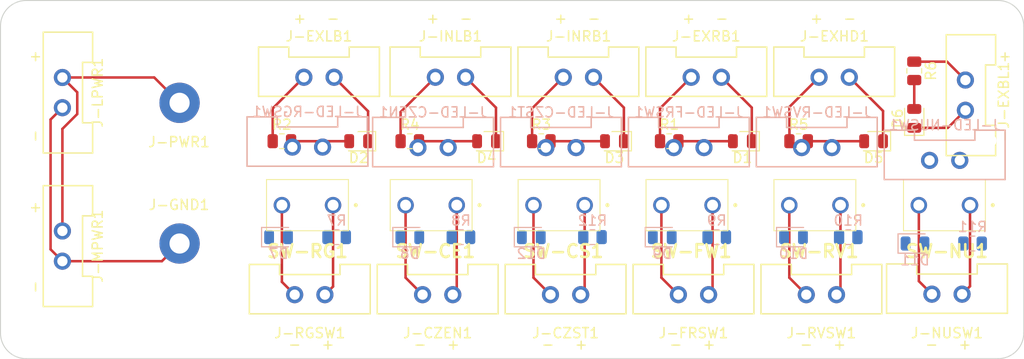
<source format=kicad_pcb>
(kicad_pcb (version 20211014) (generator pcbnew)
  (layers (0 "F.Cu" signal) (31 "B.Cu" signal) (34 "B.Paste" user) (35 "F.Paste" user) (36 "B.SilkS" user "B.Silkscreen") (37 "F.SilkS" user "F.Silkscreen") (38 "B.Mask" user) (39 "F.Mask" user) (44 "Edge.Cuts" user))
  (net 0 "")
  (net 1 "Net-(J-CZEN1-Pad1)")
  (net 2 "Net-(J-CZEN1-Pad2)")
  (net 3 "Net-(J-CZST1-Pad1)")
  (net 4 "Net-(J-CZST1-Pad2)")
  (net 5 "Net-(J-EXBL1-Pad1)")
  (net 6 "Net-(D1-Pad1)")
  (net 7 "Net-(J-EXHD1-Pad1)")
  (net 8 "Net-(D2-Pad1)")
  (net 9 "Net-(J-EXLB1-Pad1)")
  (net 10 "Net-(D3-Pad1)")
  (net 11 "Net-(J-EXRB1-Pad1)")
  (net 12 "Net-(D4-Pad1)")
  (net 13 "Net-(J-FRSW1-Pad1)")
  (net 14 "Net-(J-FRSW1-Pad2)")
  (net 15 "Net-(D5-Pad1)")
  (net 16 "Net-(J-INLB1-Pad1)")
  (net 17 "Net-(D6-Pad1)")
  (net 18 "Net-(J-INRB1-Pad1)")
  (net 19 "Net-(J-LED-RGSW1-Pad2)")
  (net 20 "+12V")
  (net 21 "Net-(J-RGSW1-Pad1)")
  (net 22 "Net-(J-RGSW1-Pad2)")
  (net 23 "Net-(J-RVSW1-Pad1)")
  (net 24 "Net-(J-RVSW1-Pad2)")
  (net 25 "Net-(D1-Pad2)")
  (net 26 "Net-(D2-Pad2)")
  (net 27 "Net-(D3-Pad2)")
  (net 28 "Net-(D4-Pad2)")
  (net 29 "Net-(D5-Pad2)")
  (net 30 "Net-(D6-Pad2)")
  (net 31 "Net-(J-NUSW1-Pad1)")
  (net 32 "Net-(J-NUSW1-Pad2)")
  (net 33 "Net-(D7-Pad2)")
  (net 34 "Net-(J-LED-CZEN1-Pad2)")
  (net 35 "Net-(D8-Pad2)")
  (net 36 "Net-(J-LED-FRSW1-Pad2)")
  (net 37 "Net-(D9-Pad2)")
  (net 38 "Net-(J-LED-RVSW1-Pad2)")
  (net 39 "Net-(D10-Pad2)")
  (net 40 "Net-(J-LED-NUSW1-Pad2)")
  (net 41 "Net-(D11-Pad2)")
  (net 42 "Net-(J-LED-CZST1-Pad2)")
  (net 43 "Net-(D12-Pad2)")
  (net 44 "GNDPWR")
  (net 45 "Net-(J-LED-CZEN1-Pad1)")
  (net 46 "Net-(J-LED-CZST1-Pad1)")
  (net 47 "Net-(J-LED-FRSW1-Pad1)")
  (net 48 "Net-(J-LED-NUSW1-Pad1)")
  (net 49 "Net-(J-LED-RGSW1-Pad1)")
  (net 50 "Net-(J-LED-RVSW1-Pad1)")
  (footprint "Resistor_SMD:R_0805_2012Metric" (layer "F.Cu") (at 165.4575 59.69)
    (fp_text reference "R1" (at 0 -1.65) (layer "F.SilkS"))
    (fp_text value "LED_RES")
    (pad "1" smd roundrect (at -0.9125 0) (size 1.025 1.4) (layers "F.Cu" "F.Paste" "F.Mask") (roundrect_rratio 0.243902) (net 11 "Net-(J-EXRB1-Pad1)"))
    (pad "2" smd roundrect (at 0.9125 0) (size 1.025 1.4) (layers "F.Cu" "F.Paste" "F.Mask") (roundrect_rratio 0.243902) (net 25 "Net-(D1-Pad2)"))
  )
  (footprint "UTSVT_Connectors:Molex_MicroFit3.0_1x2xP3.00mm_PolarizingPeg_Vertical" (layer "F.Cu") (at 140.97 74.93)
    (fp_text reference "J-CZEN1" (at 1.5 3.81) (layer "F.SilkS"))
    (fp_text value "CRUZ_EN")
    (pad "" np_thru_hole circle locked (at -3 -1.96) (size 1.27 1.27) (drill 1.27) (layers *.Cu *.Mask))
    (pad "" np_thru_hole circle locked (at 6 -1.96) (size 1.27 1.27) (drill 1.27) (layers *.Cu *.Mask))
    (pad "1" thru_hole circle locked (at 0 0) (size 1.7 1.7) (drill 1.02) (layers *.Cu *.Mask) (net 1 "Net-(J-CZEN1-Pad1)"))
    (pad "2" thru_hole circle locked (at 3 0) (size 1.7 1.7) (drill 1.02) (layers *.Cu *.Mask) (net 2 "Net-(J-CZEN1-Pad2)"))
  )
  (footprint "UTSVT_Special:2MS6T1B3M2QES" (layer "F.Cu") (at 144.3625 66.04 90)
    (fp_text reference "SW-CE1" (at -4.572 -2.1225 180) (layer "F.SilkS") (effects (font (size 1.27 1.27) (thickness 0.254))))
    (fp_text value "CRUZ_EN" hide)
    (pad "1" thru_hole circle (at 0 0 90) (size 1.635 1.635) (drill 1.09) (layers *.Cu *.Mask) (net 2 "Net-(J-CZEN1-Pad2)"))
    (pad "2" thru_hole circle (at 0 -5.08 90) (size 1.635 1.635) (drill 1.09) (layers *.Cu *.Mask) (net 1 "Net-(J-CZEN1-Pad1)"))
  )
  (footprint "UTSVT_Special:2MS6T1B3M2QES" (layer "F.Cu") (at 132.08 66.04 90)
    (fp_text reference "SW-RG1" (at -4.572 -2.54 180) (layer "F.SilkS") (effects (font (size 1.27 1.27) (thickness 0.254))))
    (fp_text value "REGEN_SW" hide)
    (pad "1" thru_hole circle (at 0 0 90) (size 1.635 1.635) (drill 1.09) (layers *.Cu *.Mask) (net 22 "Net-(J-RGSW1-Pad2)"))
    (pad "2" thru_hole circle (at 0 -5.08 90) (size 1.635 1.635) (drill 1.09) (layers *.Cu *.Mask) (net 21 "Net-(J-RGSW1-Pad1)"))
  )
  (footprint "UTSVT_Connectors:Molex_MicroFit3.0_1x2xP3.00mm_PolarizingPeg_Vertical" (layer "F.Cu") (at 128.27 74.93)
    (fp_text reference "J-RGSW1" (at 1.5 3.81) (layer "F.SilkS"))
    (fp_text value "REGEN_SW")
    (pad "" np_thru_hole circle locked (at -3 -1.96) (size 1.27 1.27) (drill 1.27) (layers *.Cu *.Mask))
    (pad "" np_thru_hole circle locked (at 6 -1.96) (size 1.27 1.27) (drill 1.27) (layers *.Cu *.Mask))
    (pad "1" thru_hole circle locked (at 0 0) (size 1.7 1.7) (drill 1.02) (layers *.Cu *.Mask) (net 21 "Net-(J-RGSW1-Pad1)"))
    (pad "2" thru_hole circle locked (at 3 0) (size 1.7 1.7) (drill 1.02) (layers *.Cu *.Mask) (net 22 "Net-(J-RGSW1-Pad2)"))
  )
  (footprint "Resistor_SMD:R_0805_2012Metric" (layer "F.Cu") (at 178.308 59.69)
    (fp_text reference "R5" (at 0 -1.65) (layer "F.SilkS"))
    (fp_text value "LED_RES")
    (pad "1" smd roundrect (at -0.9125 0) (size 1.025 1.4) (layers "F.Cu" "F.Paste" "F.Mask") (roundrect_rratio 0.243902) (net 7 "Net-(J-EXHD1-Pad1)"))
    (pad "2" smd roundrect (at 0.9125 0) (size 1.025 1.4) (layers "F.Cu" "F.Paste" "F.Mask") (roundrect_rratio 0.243902) (net 29 "Net-(D5-Pad2)"))
  )
  (footprint "Diode_SMD:D_0805_2012Metric" (layer "F.Cu") (at 172.72 59.69 180)
    (fp_text reference "D1" (at 0 -1.65) (layer "F.SilkS"))
    (fp_text value "EXTERNAL_RIGHTBLINK")
    (pad "1" smd roundrect (at -0.9375 0 180) (size 0.975 1.4) (layers "F.Cu" "F.Paste" "F.Mask") (net 6 "Net-(D1-Pad1)"))
    (pad "2" smd roundrect (at 0.9375 0 180) (size 0.975 1.4) (layers "F.Cu" "F.Paste" "F.Mask") (net 25 "Net-(D1-Pad2)"))
  )
  (footprint "Diode_SMD:D_0805_2012Metric" (layer "F.Cu") (at 160.02 59.69 180)
    (fp_text reference "D3" (at 0 -1.65) (layer "F.SilkS"))
    (fp_text value "INTERNAL_RIGHTBLINK")
    (pad "1" smd roundrect (at -0.9375 0 180) (size 0.975 1.4) (layers "F.Cu" "F.Paste" "F.Mask") (net 10 "Net-(D3-Pad1)"))
    (pad "2" smd roundrect (at 0.9375 0 180) (size 0.975 1.4) (layers "F.Cu" "F.Paste" "F.Mask") (net 27 "Net-(D3-Pad2)"))
  )
  (footprint "UTSVT_Connectors:Molex_MicroFit3.0_1x2xP3.00mm_PolarizingPeg_Vertical" (layer "F.Cu") (at 154.94 53.34)
    (fp_text reference "J-INRB1" (at 1.524 -4.064) (layer "F.SilkS"))
    (fp_text value "INTERNAL_RIGHTBLINK")
    (pad "" np_thru_hole circle locked (at 6 -1.96) (size 1.27 1.27) (drill 1.27) (layers *.Cu *.Mask))
    (pad "" np_thru_hole circle locked (at -3 -1.96) (size 1.27 1.27) (drill 1.27) (layers *.Cu *.Mask))
    (pad "1" thru_hole circle locked (at 0 0) (size 1.7 1.7) (drill 1.02) (layers *.Cu *.Mask) (net 18 "Net-(J-INRB1-Pad1)"))
    (pad "2" thru_hole circle locked (at 3 0) (size 1.7 1.7) (drill 1.02) (layers *.Cu *.Mask) (net 10 "Net-(D3-Pad1)"))
  )
  (footprint "UTSVT_Connectors:Molex_MicroFit3.0_1x2xP3.00mm_PolarizingPeg_Vertical" (layer "F.Cu") (at 191.54 74.88)
    (fp_text reference "J-NUSW1" (at 1.5 3.86) (layer "F.SilkS"))
    (fp_text value "NEU_SW")
    (pad "" np_thru_hole circle locked (at -3 -1.96) (size 1.27 1.27) (drill 1.27) (layers *.Cu *.Mask))
    (pad "" np_thru_hole circle locked (at 6 -1.96) (size 1.27 1.27) (drill 1.27) (layers *.Cu *.Mask))
    (pad "1" thru_hole circle locked (at 0 0) (size 1.7 1.7) (drill 1.02) (layers *.Cu *.Mask) (net 31 "Net-(J-NUSW1-Pad1)"))
    (pad "2" thru_hole circle locked (at 3 0) (size 1.7 1.7) (drill 1.02) (layers *.Cu *.Mask) (net 32 "Net-(J-NUSW1-Pad2)"))
  )
  (footprint "UTSVT_Connectors:Molex_MicroFit3.0_1x2xP3.00mm_PolarizingPeg_Vertical" (layer "F.Cu") (at 180.34 53.34)
    (fp_text reference "J-EXHD1" (at 1.524 -4.064) (layer "F.SilkS"))
    (fp_text value "EXTERNAL_HDLT")
    (pad "" np_thru_hole circle locked (at 6 -1.96) (size 1.27 1.27) (drill 1.27) (layers *.Cu *.Mask))
    (pad "" np_thru_hole circle locked (at -3 -1.96) (size 1.27 1.27) (drill 1.27) (layers *.Cu *.Mask))
    (pad "1" thru_hole circle locked (at 0 0) (size 1.7 1.7) (drill 1.02) (layers *.Cu *.Mask) (net 7 "Net-(J-EXHD1-Pad1)"))
    (pad "2" thru_hole circle locked (at 3 0) (size 1.7 1.7) (drill 1.02) (layers *.Cu *.Mask) (net 15 "Net-(D5-Pad1)"))
  )
  (footprint "Resistor_SMD:R_0805_2012Metric" (layer "F.Cu") (at 127 59.69)
    (fp_text reference "R2" (at 0 -1.65) (layer "F.SilkS"))
    (fp_text value "LED_RES")
    (pad "1" smd roundrect (at -0.9125 0) (size 1.025 1.4) (layers "F.Cu" "F.Paste" "F.Mask") (roundrect_rratio 0.243902) (net 9 "Net-(J-EXLB1-Pad1)"))
    (pad "2" smd roundrect (at 0.9125 0) (size 1.025 1.4) (layers "F.Cu" "F.Paste" "F.Mask") (roundrect_rratio 0.243902) (net 26 "Net-(D2-Pad2)"))
  )
  (footprint "UTSVT_Connectors:Molex_MicroFit3.0_1x2xP3.00mm_PolarizingPeg_Vertical" (layer "F.Cu") (at 179.07 74.93)
    (fp_text reference "J-RVSW1" (at 1.5 3.81) (layer "F.SilkS"))
    (fp_text value "REV_SW")
    (pad "" np_thru_hole circle locked (at 6 -1.96) (size 1.27 1.27) (drill 1.27) (layers *.Cu *.Mask))
    (pad "" np_thru_hole circle locked (at -3 -1.96) (size 1.27 1.27) (drill 1.27) (layers *.Cu *.Mask))
    (pad "1" thru_hole circle locked (at 0 0) (size 1.7 1.7) (drill 1.02) (layers *.Cu *.Mask) (net 23 "Net-(J-RVSW1-Pad1)"))
    (pad "2" thru_hole circle locked (at 3 0) (size 1.7 1.7) (drill 1.02) (layers *.Cu *.Mask) (net 24 "Net-(J-RVSW1-Pad2)"))
  )
  (footprint "Diode_SMD:D_0805_2012Metric" (layer "F.Cu") (at 189.788 57.428 90)
    (fp_text reference "D6" (at 0 -1.65 90) (layer "F.SilkS"))
    (fp_text value "EXTERNAL_BRAKELIGHT")
    (pad "1" smd roundrect (at -0.9375 0 90) (size 0.975 1.4) (layers "F.Cu" "F.Paste" "F.Mask") (net 17 "Net-(D6-Pad1)"))
    (pad "2" smd roundrect (at 0.9375 0 90) (size 0.975 1.4) (layers "F.Cu" "F.Paste" "F.Mask") (net 30 "Net-(D6-Pad2)"))
  )
  (footprint "UTSVT_Special:2MS6T1B3M2QES" (layer "F.Cu") (at 182.4625 66.04 90)
    (fp_text reference "SW-RV1" (at -4.572 -2.1225 180) (layer "F.SilkS") (effects (font (size 1.27 1.27) (thickness 0.254))))
    (fp_text value "REV_SW" hide)
    (pad "1" thru_hole circle (at 0 0 90) (size 1.635 1.635) (drill 1.09) (layers *.Cu *.Mask) (net 24 "Net-(J-RVSW1-Pad2)"))
    (pad "2" thru_hole circle (at 0 -5.08 90) (size 1.635 1.635) (drill 1.09) (layers *.Cu *.Mask) (net 23 "Net-(J-RVSW1-Pad1)"))
  )
  (footprint "Resistor_SMD:R_0805_2012Metric" (layer "F.Cu") (at 152.7575 59.69)
    (fp_text reference "R3" (at 0 -1.65) (layer "F.SilkS"))
    (fp_text value "LED_RES")
    (pad "1" smd roundrect (at -0.9125 0) (size 1.025 1.4) (layers "F.Cu" "F.Paste" "F.Mask") (roundrect_rratio 0.243902) (net 18 "Net-(J-INRB1-Pad1)"))
    (pad "2" smd roundrect (at 0.9125 0) (size 1.025 1.4) (layers "F.Cu" "F.Paste" "F.Mask") (roundrect_rratio 0.243902) (net 27 "Net-(D3-Pad2)"))
  )
  (footprint "Resistor_SMD:R_0805_2012Metric" (layer "F.Cu") (at 189.788 52.7055 -90)
    (fp_text reference "R6" (at 0 -1.65 90) (layer "F.SilkS"))
    (fp_text value "LED_RES")
    (pad "1" smd roundrect (at -0.9125 0 270) (size 1.025 1.4) (layers "F.Cu" "F.Paste" "F.Mask") (roundrect_rratio 0.243902) (net 5 "Net-(J-EXBL1-Pad1)"))
    (pad "2" smd roundrect (at 0.9125 0 270) (size 1.025 1.4) (layers "F.Cu" "F.Paste" "F.Mask") (roundrect_rratio 0.243902) (net 30 "Net-(D6-Pad2)"))
  )
  (footprint "UTSVT_Connectors:Molex_MicroFit3.0_1x2xP3.00mm_PolarizingPeg_Vertical" (layer "F.Cu") (at 153.67 74.93)
    (fp_text reference "J-CZST1" (at 1.5 3.81) (layer "F.SilkS"))
    (fp_text value "CRUZ_ST")
    (pad "" np_thru_hole circle locked (at -3 -1.96) (size 1.27 1.27) (drill 1.27) (layers *.Cu *.Mask))
    (pad "" np_thru_hole circle locked (at 6 -1.96) (size 1.27 1.27) (drill 1.27) (layers *.Cu *.Mask))
    (pad "1" thru_hole circle locked (at 0 0) (size 1.7 1.7) (drill 1.02) (layers *.Cu *.Mask) (net 3 "Net-(J-CZST1-Pad1)"))
    (pad "2" thru_hole circle locked (at 3 0) (size 1.7 1.7) (drill 1.02) (layers *.Cu *.Mask) (net 4 "Net-(J-CZST1-Pad2)"))
  )
  (footprint "UTSVT_Connectors:Molex_MicroFit3.0_1x2xP3.00mm_PolarizingPeg_Vertical" (layer "F.Cu") (at 105.206 53.364 -90)
    (fp_text reference "J-LPWR1" (at 1.5 -3.5 90) (layer "F.SilkS"))
    (fp_text value "Leader Board PWR")
    (pad "" np_thru_hole circle locked (at 6 -1.96 270) (size 1.27 1.27) (drill 1.27) (layers *.Cu *.Mask))
    (pad "" np_thru_hole circle locked (at -3 -1.96 270) (size 1.27 1.27) (drill 1.27) (layers *.Cu *.Mask))
    (pad "1" thru_hole circle locked (at 0 0 270) (size 1.7 1.7) (drill 1.02) (layers *.Cu *.Mask) (net 20 "+12V"))
    (pad "2" thru_hole circle locked (at 3 0 270) (size 1.7 1.7) (drill 1.02) (layers *.Cu *.Mask) (net 44 "GNDPWR"))
  )
  (footprint "UTSVT_Connectors:Banana_Jack_1_Pin_4mm" (layer "F.Cu") (at 116.84 69.85)
    (fp_text reference "J-GND1" (at -0.055 -3.84) (layer "F.SilkS"))
    (fp_text value "BananaPlugGND")
    (pad "1" thru_hole circle locked (at 0 0) (size 4 4) (drill 2) (layers *.Cu *.Mask) (net 44 "GNDPWR"))
  )
  (footprint "Diode_SMD:D_0805_2012Metric" (layer "F.Cu") (at 134.62 59.69 180)
    (fp_text reference "D2" (at 0 -1.65) (layer "F.SilkS"))
    (fp_text value "EXTERNAL_LEFTBLINK")
    (pad "1" smd roundrect (at -0.9375 0 180) (size 0.975 1.4) (layers "F.Cu" "F.Paste" "F.Mask") (net 8 "Net-(D2-Pad1)"))
    (pad "2" smd roundrect (at 0.9375 0 180) (size 0.975 1.4) (layers "F.Cu" "F.Paste" "F.Mask") (net 26 "Net-(D2-Pad2)"))
  )
  (footprint "UTSVT_Connectors:Molex_MicroFit3.0_1x2xP3.00mm_PolarizingPeg_Vertical" (layer "F.Cu") (at 129.1825 53.34)
    (fp_text reference "J-EXLB1" (at 1.5 -4.064) (layer "F.SilkS"))
    (fp_text value "EXTERNAL_LEFTBLINK")
    (pad "" np_thru_hole circle locked (at 6 -1.96) (size 1.27 1.27) (drill 1.27) (layers *.Cu *.Mask))
    (pad "" np_thru_hole circle locked (at -3 -1.96) (size 1.27 1.27) (drill 1.27) (layers *.Cu *.Mask))
    (pad "1" thru_hole circle locked (at 0 0) (size 1.7 1.7) (drill 1.02) (layers *.Cu *.Mask) (net 9 "Net-(J-EXLB1-Pad1)"))
    (pad "2" thru_hole circle locked (at 3 0) (size 1.7 1.7) (drill 1.02) (layers *.Cu *.Mask) (net 8 "Net-(D2-Pad1)"))
  )
  (footprint "Diode_SMD:D_0805_2012Metric" (layer "F.Cu") (at 185.7525 59.69 180)
    (fp_text reference "D5" (at 0 -1.65) (layer "F.SilkS"))
    (fp_text value "EXTERNAL_HDLT")
    (pad "1" smd roundrect (at -0.9375 0 180) (size 0.975 1.4) (layers "F.Cu" "F.Paste" "F.Mask") (net 15 "Net-(D5-Pad1)"))
    (pad "2" smd roundrect (at 0.9375 0 180) (size 0.975 1.4) (layers "F.Cu" "F.Paste" "F.Mask") (net 29 "Net-(D5-Pad2)"))
  )
  (footprint "UTSVT_Connectors:Molex_MicroFit3.0_1x2xP3.00mm_PolarizingPeg_Vertical" (layer "F.Cu") (at 166.37 74.93)
    (fp_text reference "J-FRSW1" (at 1.5 3.81) (layer "F.SilkS"))
    (fp_text value "FOR_SW")
    (pad "" np_thru_hole circle locked (at 6 -1.96) (size 1.27 1.27) (drill 1.27) (layers *.Cu *.Mask))
    (pad "" np_thru_hole circle locked (at -3 -1.96) (size 1.27 1.27) (drill 1.27) (layers *.Cu *.Mask))
    (pad "1" thru_hole circle locked (at 0 0) (size 1.7 1.7) (drill 1.02) (layers *.Cu *.Mask) (net 13 "Net-(J-FRSW1-Pad1)"))
    (pad "2" thru_hole circle locked (at 3 0) (size 1.7 1.7) (drill 1.02) (layers *.Cu *.Mask) (net 14 "Net-(J-FRSW1-Pad2)"))
  )
  (footprint "UTSVT_Connectors:Molex_MicroFit3.0_1x2xP3.00mm_PolarizingPeg_Vertical" (layer "F.Cu") (at 167.64 53.34)
    (fp_text reference "J-EXRB1" (at 1.5 -4.064) (layer "F.SilkS"))
    (fp_text value "EXTERNAL_RIGHTBLINK")
    (pad "" np_thru_hole circle locked (at -3 -1.96) (size 1.27 1.27) (drill 1.27) (layers *.Cu *.Mask))
    (pad "" np_thru_hole circle locked (at 6 -1.96) (size 1.27 1.27) (drill 1.27) (layers *.Cu *.Mask))
    (pad "1" thru_hole circle locked (at 0 0) (size 1.7 1.7) (drill 1.02) (layers *.Cu *.Mask) (net 11 "Net-(J-EXRB1-Pad1)"))
    (pad "2" thru_hole circle locked (at 3 0) (size 1.7 1.7) (drill 1.02) (layers *.Cu *.Mask) (net 6 "Net-(D1-Pad1)"))
  )
  (footprint "Resistor_SMD:R_0805_2012Metric" (layer "F.Cu") (at 139.7 59.69)
    (fp_text reference "R4" (at 0 -1.65) (layer "F.SilkS"))
    (fp_text value "LED_RES")
    (pad "1" smd roundrect (at -0.9125 0) (size 1.025 1.4) (layers "F.Cu" "F.Paste" "F.Mask") (roundrect_rratio 0.243902) (net 16 "Net-(J-INLB1-Pad1)"))
    (pad "2" smd roundrect (at 0.9125 0) (size 1.025 1.4) (layers "F.Cu" "F.Paste" "F.Mask") (roundrect_rratio 0.243902) (net 28 "Net-(D4-Pad2)"))
  )
  (footprint "Diode_SMD:D_0805_2012Metric" (layer "F.Cu") (at 147.32 59.69 180)
    (fp_text reference "D4" (at 0 -1.65) (layer "F.SilkS"))
    (fp_text value "INTERNAL_LEFTBLINK")
    (pad "1" smd roundrect (at -0.9375 0 180) (size 0.975 1.4) (layers "F.Cu" "F.Paste" "F.Mask") (net 12 "Net-(D4-Pad1)"))
    (pad "2" smd roundrect (at 0.9375 0 180) (size 0.975 1.4) (layers "F.Cu" "F.Paste" "F.Mask") (net 28 "Net-(D4-Pad2)"))
  )
  (footprint "UTSVT_Special:2MS6T1B3M2QES" (layer "F.Cu") (at 157.0625 66.04 90)
    (fp_text reference "SW-CS1" (at -4.572 -2.1225 180) (layer "F.SilkS") (effects (font (size 1.27 1.27) (thickness 0.254))))
    (fp_text value "CRUZ_ST" hide)
    (pad "1" thru_hole circle (at 0 0 90) (size 1.635 1.635) (drill 1.09) (layers *.Cu *.Mask) (net 4 "Net-(J-CZST1-Pad2)"))
    (pad "2" thru_hole circle (at 0 -5.08 90) (size 1.635 1.635) (drill 1.09) (layers *.Cu *.Mask) (net 3 "Net-(J-CZST1-Pad1)"))
  )
  (footprint "UTSVT_Connectors:Banana_Jack_1_Pin_4mm" (layer "F.Cu") (at 116.84 55.88)
    (fp_text reference "J-PWR1" (at -0.055 3.895) (layer "F.SilkS"))
    (fp_text value "BananaPlug12V")
    (pad "1" thru_hole circle locked (at 0 0) (size 4 4) (drill 2) (layers *.Cu *.Mask) (net 20 "+12V"))
  )
  (footprint "UTSVT_Connectors:Molex_MicroFit3.0_1x2xP3.00mm_PolarizingPeg_Vertical" (layer "F.Cu") (at 194.868 53.618 -90)
    (fp_text reference "J-EXBL1" (at 1.5 -3.81 90) (layer "F.SilkS"))
    (fp_text value "EXTERNAL_BRAKELIGHT")
    (pad "" np_thru_hole circle locked (at -3 -1.96 270) (size 1.27 1.27) (drill 1.27) (layers *.Cu *.Mask))
    (pad "" np_thru_hole circle locked (at 6 -1.96 270) (size 1.27 1.27) (drill 1.27) (layers *.Cu *.Mask))
    (pad "1" thru_hole circle locked (at 0 0 270) (size 1.7 1.7) (drill 1.02) (layers *.Cu *.Mask) (net 5 "Net-(J-EXBL1-Pad1)"))
    (pad "2" thru_hole circle locked (at 3 0 270) (size 1.7 1.7) (drill 1.02) (layers *.Cu *.Mask) (net 17 "Net-(D6-Pad1)"))
  )
  (footprint "UTSVT_Connectors:Molex_MicroFit3.0_1x2xP3.00mm_PolarizingPeg_Vertical" (layer "F.Cu") (at 142.24 53.34)
    (fp_text reference "J-INLB1" (at 1.5 -4.064) (layer "F.SilkS"))
    (fp_text value "INTERNAL_LEFTBLINK")
    (pad "" np_thru_hole circle locked (at 6 -1.96) (size 1.27 1.27) (drill 1.27) (layers *.Cu *.Mask))
    (pad "" np_thru_hole circle locked (at -3 -1.96) (size 1.27 1.27) (drill 1.27) (layers *.Cu *.Mask))
    (pad "1" thru_hole circle locked (at 0 0) (size 1.7 1.7) (drill 1.02) (layers *.Cu *.Mask) (net 16 "Net-(J-INLB1-Pad1)"))
    (pad "2" thru_hole circle locked (at 3 0) (size 1.7 1.7) (drill 1.02) (layers *.Cu *.Mask) (net 12 "Net-(D4-Pad1)"))
  )
  (footprint "UTSVT_Special:2MS6T1B3M2QES" (layer "F.Cu") (at 169.7625 66.04 90)
    (fp_text reference "SW-FW1" (at -4.572 -2.1225 180) (layer "F.SilkS") (effects (font (size 1.27 1.27) (thickness 0.254))))
    (fp_text value "FOR_SW" hide)
    (pad "1" thru_hole circle (at 0 0 90) (size 1.635 1.635) (drill 1.09) (layers *.Cu *.Mask) (net 14 "Net-(J-FRSW1-Pad2)"))
    (pad "2" thru_hole circle (at 0 -5.08 90) (size 1.635 1.635) (drill 1.09) (layers *.Cu *.Mask) (net 13 "Net-(J-FRSW1-Pad1)"))
  )
  (footprint "UTSVT_Special:2MS6T1B3M2QES" (layer "F.Cu") (at 195.326 66.04 90)
    (fp_text reference "SW-NU1" (at -4.572 -2.286 180) (layer "F.SilkS") (effects (font (size 1.27 1.27) (thickness 0.254))))
    (fp_text value "NEU_SW" hide)
    (pad "1" thru_hole circle (at 0 0 90) (size 1.635 1.635) (drill 1.09) (layers *.Cu *.Mask) (net 32 "Net-(J-NUSW1-Pad2)"))
    (pad "2" thru_hole circle (at 0 -5.08 90) (size 1.635 1.635) (drill 1.09) (layers *.Cu *.Mask) (net 31 "Net-(J-NUSW1-Pad1)"))
  )
  (footprint "UTSVT_Connectors:Molex_MicroFit3.0_1x2xP3.00mm_PolarizingPeg_Vertical" (layer "F.Cu") (at 105.206 68.604 -90)
    (fp_text reference "J-MPWR1" (at 1.5 -3.5 90) (layer "F.SilkS"))
    (fp_text value "Minion Board PWR")
    (pad "" np_thru_hole circle locked (at 6 -1.96 270) (size 1.27 1.27) (drill 1.27) (layers *.Cu *.Mask))
    (pad "" np_thru_hole circle locked (at -3 -1.96 270) (size 1.27 1.27) (drill 1.27) (layers *.Cu *.Mask))
    (pad "1" thru_hole circle locked (at 0 0 270) (size 1.7 1.7) (drill 1.02) (layers *.Cu *.Mask) (net 20 "+12V"))
    (pad "2" thru_hole circle locked (at 3 0 270) (size 1.7 1.7) (drill 1.02) (layers *.Cu *.Mask) (net 44 "GNDPWR"))
  )
  (footprint "Resistor_SMD:R_0805_2012Metric" (layer "B.Cu") (at 195.58 69.85 180)
    (fp_text reference "R11" (at 0 1.65) (layer "B.SilkS") (effects (justify mirror)))
    (fp_text value "LED_RES")
    (pad "1" smd roundrect (at -0.9125 0 180) (size 1.025 1.4) (layers "B.Cu" "B.Paste" "B.Mask") (roundrect_rratio 0.243902) (net 48 "Net-(J-LED-NUSW1-Pad1)"))
    (pad "2" smd roundrect (at 0.9125 0 180) (size 1.025 1.4) (layers "B.Cu" "B.Paste" "B.Mask") (roundrect_rratio 0.243902) (net 41 "Net-(D11-Pad2)"))
  )
  (footprint "Diode_SMD:D_0805_2012Metric" (layer "B.Cu") (at 164.7675 69.215)
    (fp_text reference "D9" (at 0 1.65) (layer "B.SilkS") (effects (justify mirror)))
    (fp_text value "LED")
    (pad "1" smd roundrect (at -0.9375 0) (size 0.975 1.4) (layers "B.Cu" "B.Paste" "B.Mask") (net 36 "Net-(J-LED-FRSW1-Pad2)"))
    (pad "2" smd roundrect (at 0.9375 0) (size 0.975 1.4) (layers "B.Cu" "B.Paste" "B.Mask") (net 37 "Net-(D9-Pad2)"))
  )
  (footprint "UTSVT_Connectors:Molex_MicroFit3.0_1x2xP3.00mm_PolarizingPeg_Vertical" (layer "B.Cu") (at 143.51 60.325 180)
    (fp_text reference "J-LED-CZEN1" (at 1.5 3.5) (layer "B.SilkS") (effects (justify mirror)))
    (fp_text value "LED_CRUZ_EN")
    (pad "" np_thru_hole circle locked (at -3 1.96 180) (size 1.27 1.27) (drill 1.27) (layers *.Cu *.Mask))
    (pad "" np_thru_hole circle locked (at 6 1.96 180) (size 1.27 1.27) (drill 1.27) (layers *.Cu *.Mask))
    (pad "1" thru_hole circle locked (at 0 0 180) (size 1.7 1.7) (drill 1.02) (layers *.Cu *.Mask) (net 45 "Net-(J-LED-CZEN1-Pad1)"))
    (pad "2" thru_hole circle locked (at 3 0 180) (size 1.7 1.7) (drill 1.02) (layers *.Cu *.Mask) (net 34 "Net-(J-LED-CZEN1-Pad2)"))
  )
  (footprint "Diode_SMD:D_0805_2012Metric" (layer "B.Cu") (at 139.7 69.215)
    (fp_text reference "D8" (at 0 1.65) (layer "B.SilkS") (effects (justify mirror)))
    (fp_text value "LED")
    (pad "1" smd roundrect (at -0.9375 0) (size 0.975 1.4) (layers "B.Cu" "B.Paste" "B.Mask") (net 34 "Net-(J-LED-CZEN1-Pad2)"))
    (pad "2" smd roundrect (at 0.9375 0) (size 0.975 1.4) (layers "B.Cu" "B.Paste" "B.Mask") (net 35 "Net-(D8-Pad2)"))
  )
  (footprint "Resistor_SMD:R_0805_2012Metric" (layer "B.Cu") (at 157.8375 69.215 180)
    (fp_text reference "R12" (at 0 1.65) (layer "B.SilkS") (effects (justify mirror)))
    (fp_text value "LED_RES")
    (pad "1" smd roundrect (at -0.9125 0 180) (size 1.025 1.4) (layers "B.Cu" "B.Paste" "B.Mask") (roundrect_rratio 0.243902) (net 46 "Net-(J-LED-CZST1-Pad1)"))
    (pad "2" smd roundrect (at 0.9125 0 180) (size 1.025 1.4) (layers "B.Cu" "B.Paste" "B.Mask") (roundrect_rratio 0.243902) (net 43 "Net-(D12-Pad2)"))
  )
  (footprint "UTSVT_Connectors:Molex_MicroFit3.0_1x2xP3.00mm_PolarizingPeg_Vertical" (layer "B.Cu") (at 194.31 61.595 180)
    (fp_text reference "J-LED-NUSW1" (at 1.5 3.5) (layer "B.SilkS") (effects (justify mirror)))
    (fp_text value "LED_NEU")
    (pad "" np_thru_hole circle locked (at -3 1.96 180) (size 1.27 1.27) (drill 1.27) (layers *.Cu *.Mask))
    (pad "" np_thru_hole circle locked (at 6 1.96 180) (size 1.27 1.27) (drill 1.27) (layers *.Cu *.Mask))
    (pad "1" thru_hole circle locked (at 0 0 180) (size 1.7 1.7) (drill 1.02) (layers *.Cu *.Mask) (net 48 "Net-(J-LED-NUSW1-Pad1)"))
    (pad "2" thru_hole circle locked (at 3 0 180) (size 1.7 1.7) (drill 1.02) (layers *.Cu *.Mask) (net 40 "Net-(J-LED-NUSW1-Pad2)"))
  )
  (footprint "UTSVT_Connectors:Molex_MicroFit3.0_1x2xP3.00mm_PolarizingPeg_Vertical" (layer "B.Cu") (at 156.21 60.325 180)
    (fp_text reference "J-LED-CZST1" (at 1.5 3.5) (layer "B.SilkS") (effects (justify mirror)))
    (fp_text value "LED_CRUZ_SET")
    (pad "" np_thru_hole circle locked (at 6 1.96 180) (size 1.27 1.27) (drill 1.27) (layers *.Cu *.Mask))
    (pad "" np_thru_hole circle locked (at -3 1.96 180) (size 1.27 1.27) (drill 1.27) (layers *.Cu *.Mask))
    (pad "1" thru_hole circle locked (at 0 0 180) (size 1.7 1.7) (drill 1.02) (layers *.Cu *.Mask) (net 46 "Net-(J-LED-CZST1-Pad1)"))
    (pad "2" thru_hole circle locked (at 3 0 180) (size 1.7 1.7) (drill 1.02) (layers *.Cu *.Mask) (net 42 "Net-(J-LED-CZST1-Pad2)"))
  )
  (footprint "Diode_SMD:D_0805_2012Metric" (layer "B.Cu") (at 126.6675 69.215)
    (fp_text reference "D7" (at 0 1.65) (layer "B.SilkS") (effects (justify mirror)))
    (fp_text value "LED")
    (pad "1" smd roundrect (at -0.9375 0) (size 0.975 1.4) (layers "B.Cu" "B.Paste" "B.Mask") (net 19 "Net-(J-LED-RGSW1-Pad2)"))
    (pad "2" smd roundrect (at 0.9375 0) (size 0.975 1.4) (layers "B.Cu" "B.Paste" "B.Mask") (net 33 "Net-(D7-Pad2)"))
  )
  (footprint "Resistor_SMD:R_0805_2012Metric" (layer "B.Cu") (at 170.18 69.215 180)
    (fp_text reference "R9" (at 0 1.65) (layer "B.SilkS") (effects (justify mirror)))
    (fp_text value "LED_RES")
    (pad "1" smd roundrect (at -0.9125 0 180) (size 1.025 1.4) (layers "B.Cu" "B.Paste" "B.Mask") (roundrect_rratio 0.243902) (net 47 "Net-(J-LED-FRSW1-Pad1)"))
    (pad "2" smd roundrect (at 0.9125 0 180) (size 1.025 1.4) (layers "B.Cu" "B.Paste" "B.Mask") (roundrect_rratio 0.243902) (net 37 "Net-(D9-Pad2)"))
  )
  (footprint "Diode_SMD:D_0805_2012Metric" (layer "B.Cu") (at 177.8 69.215)
    (fp_text reference "D10" (at 0 1.65) (layer "B.SilkS") (effects (justify mirror)))
    (fp_text value "LED")
    (pad "1" smd roundrect (at -0.9375 0) (size 0.975 1.4) (layers "B.Cu" "B.Paste" "B.Mask") (net 38 "Net-(J-LED-RVSW1-Pad2)"))
    (pad "2" smd roundrect (at 0.9375 0) (size 0.975 1.4) (layers "B.Cu" "B.Paste" "B.Mask") (net 39 "Net-(D10-Pad2)"))
  )
  (footprint "UTSVT_Connectors:Molex_MicroFit3.0_1x2xP3.00mm_PolarizingPeg_Vertical" (layer "B.Cu") (at 181.61 60.325 180)
    (fp_text reference "J-LED-RVSW1" (at 1.5 3.5) (layer "B.SilkS") (effects (justify mirror)))
    (fp_text value "LED_REV")
    (pad "" np_thru_hole circle locked (at 6 1.96 180) (size 1.27 1.27) (drill 1.27) (layers *.Cu *.Mask))
    (pad "" np_thru_hole circle locked (at -3 1.96 180) (size 1.27 1.27) (drill 1.27) (layers *.Cu *.Mask))
    (pad "1" thru_hole circle locked (at 0 0 180) (size 1.7 1.7) (drill 1.02) (layers *.Cu *.Mask) (net 50 "Net-(J-LED-RVSW1-Pad1)"))
    (pad "2" thru_hole circle locked (at 3 0 180) (size 1.7 1.7) (drill 1.02) (layers *.Cu *.Mask) (net 38 "Net-(J-LED-RVSW1-Pad2)"))
  )
  (footprint "Diode_SMD:D_0805_2012Metric" (layer "B.Cu") (at 189.865 69.85)
    (fp_text reference "D11" (at 0 1.65) (layer "B.SilkS") (effects (justify mirror)))
    (fp_text value "LED")
    (pad "1" smd roundrect (at -0.9375 0) (size 0.975 1.4) (layers "B.Cu" "B.Paste" "B.Mask") (net 40 "Net-(J-LED-NUSW1-Pad2)"))
    (pad "2" smd roundrect (at 0.9375 0) (size 0.975 1.4) (layers "B.Cu" "B.Paste" "B.Mask") (net 41 "Net-(D11-Pad2)"))
  )
  (footprint "UTSVT_Connectors:Molex_MicroFit3.0_1x2xP3.00mm_PolarizingPeg_Vertical" (layer "B.Cu") (at 131.04 60.275 180)
    (fp_text reference "J-LED-RGSW1" (at 1.5 3.5) (layer "B.SilkS") (effects (justify mirror)))
    (fp_text value "LED_REG")
    (pad "" np_thru_hole circle locked (at 6 1.96 180) (size 1.27 1.27) (drill 1.27) (layers *.Cu *.Mask))
    (pad "" np_thru_hole circle locked (at -3 1.96 180) (size 1.27 1.27) (drill 1.27) (layers *.Cu *.Mask))
    (pad "1" thru_hole circle locked (at 0 0 180) (size 1.7 1.7) (drill 1.02) (layers *.Cu *.Mask) (net 49 "Net-(J-LED-RGSW1-Pad1)"))
    (pad "2" thru_hole circle locked (at 3 0 180) (size 1.7 1.7) (drill 1.02) (layers *.Cu *.Mask) (net 19 "Net-(J-LED-RGSW1-Pad2)"))
  )
  (footprint "Diode_SMD:D_0805_2012Metric" (layer "B.Cu") (at 151.765 69.215)
    (fp_text reference "D12" (at 0 1.65) (layer "B.SilkS") (effects (justify mirror)))
    (fp_text value "LED")
    (pad "1" smd roundrect (at -0.9375 0) (size 0.975 1.4) (layers "B.Cu" "B.Paste" "B.Mask") (net 42 "Net-(J-LED-CZST1-Pad2)"))
    (pad "2" smd roundrect (at 0.9375 0) (size 0.975 1.4) (layers "B.Cu" "B.Paste" "B.Mask") (net 43 "Net-(D12-Pad2)"))
  )
  (footprint "Resistor_SMD:R_0805_2012Metric" (layer "B.Cu") (at 183.2375 69.215 180)
    (fp_text reference "R10" (at 0 1.65) (layer "B.SilkS") (effects (justify mirror)))
    (fp_text value "LED_RES")
    (pad "1" smd roundrect (at -0.9125 0 180) (size 1.025 1.4) (layers "B.Cu" "B.Paste" "B.Mask") (roundrect_rratio 0.243902) (net 50 "Net-(J-LED-RVSW1-Pad1)"))
    (pad "2" smd roundrect (at 0.9125 0 180) (size 1.025 1.4) (layers "B.Cu" "B.Paste" "B.Mask") (roundrect_rratio 0.243902) (net 39 "Net-(D10-Pad2)"))
  )
  (footprint "Resistor_SMD:R_0805_2012Metric" (layer "B.Cu") (at 132.4375 69.215 180)
    (fp_text reference "R7" (at 0 1.65) (layer "B.SilkS") (effects (justify mirror)))
    (fp_text value "LED_RES")
    (pad "1" smd roundrect (at -0.9125 0 180) (size 1.025 1.4) (layers "B.Cu" "B.Paste" "B.Mask") (roundrect_rratio 0.243902) (net 49 "Net-(J-LED-RGSW1-Pad1)"))
    (pad "2" smd roundrect (at 0.9125 0 180) (size 1.025 1.4) (layers "B.Cu" "B.Paste" "B.Mask") (roundrect_rratio 0.243902) (net 33 "Net-(D7-Pad2)"))
  )
  (footprint "UTSVT_Connectors:Molex_MicroFit3.0_1x2xP3.00mm_PolarizingPeg_Vertical" (layer "B.Cu") (at 168.91 60.325 180)
    (fp_text reference "J-LED-FRSW1" (at 1.5 3.5) (layer "B.SilkS") (effects (justify mirror)))
    (fp_text value "LED_FRW")
    (pad "" np_thru_hole circle locked (at 6 1.96 180) (size 1.27 1.27) (drill 1.27) (layers *.Cu *.Mask))
    (pad "" np_thru_hole circle locked (at -3 1.96 180) (size 1.27 1.27) (drill 1.27) (layers *.Cu *.Mask))
    (pad "1" thru_hole circle locked (at 0 0 180) (size 1.7 1.7) (drill 1.02) (layers *.Cu *.Mask) (net 47 "Net-(J-LED-FRSW1-Pad1)"))
    (pad "2" thru_hole circle locked (at 3 0 180) (size 1.7 1.7) (drill 1.02) (layers *.Cu *.Mask) (net 36 "Net-(J-LED-FRSW1-Pad2)"))
  )
  (footprint "Resistor_SMD:R_0805_2012Metric" (layer "B.Cu") (at 144.78 69.215 180)
    (fp_text reference "R8" (at 0 1.65) (layer "B.SilkS") (effects (justify mirror)))
    (fp_text value "LED_RES")
    (pad "1" smd roundrect (at -0.9125 0 180) (size 1.025 1.4) (layers "B.Cu" "B.Paste" "B.Mask") (roundrect_rratio 0.243902) (net 45 "Net-(J-LED-CZEN1-Pad1)"))
    (pad "2" smd roundrect (at 0.9125 0 180) (size 1.025 1.4) (layers "B.Cu" "B.Paste" "B.Mask") (roundrect_rratio 0.243902) (net 35 "Net-(D8-Pad2)"))
  )
  (gr_arc (start 198.12 45.72) (mid 199.916051 46.463949) (end 200.66 48.26) (layer "Edge.Cuts") (width 0.1))
  (gr_arc (start 99.06 48.26) (mid 99.803949 46.463949) (end 101.6 45.72) (layer "Edge.Cuts") (width 0.1))
  (gr_line (start 101.6 45.72) (end 198.12 45.72) (layer "Edge.Cuts") (width 0.1))
  (gr_line (start 99.06 78.74) (end 99.06 48.26) (layer "Edge.Cuts") (width 0.1))
  (gr_line (start 198.12 81.28) (end 101.6 81.28) (layer "Edge.Cuts") (width 0.1))
  (gr_arc (start 101.6 81.28) (mid 99.803949 80.536051) (end 99.06 78.74) (layer "Edge.Cuts") (width 0.1))
  (gr_arc (start 200.66 78.74) (mid 199.916051 80.536051) (end 198.12 81.28) (layer "Edge.Cuts") (width 0.1))
  (gr_line (start 200.66 48.26) (end 200.66 78.74) (layer "Edge.Cuts") (width 0.1))
  (gr_text "-" (at 153.416 80.01 180) (layer "F.SilkS") (effects (font (size 1 1))))
  (gr_text "-" (at 140.716 80.01 180) (layer "F.SilkS") (effects (font (size 1 1))))
  (gr_text "-" (at 145.288 47.498) (layer "F.SilkS") (effects (font (size 1 1))))
  (gr_text "+" (at 169.418 80.01 180) (layer "F.SilkS") (effects (font (size 1 1))))
  (gr_text "+" (at 102.616 51.308 270) (layer "F.SilkS") (effects (font (size 1 1))))
  (gr_text "+" (at 154.686 47.498) (layer "F.SilkS") (effects (font (size 1 1))))
  (gr_text "-" (at 198.882 59.182 270) (layer "F.SilkS") (effects (font (size 1 1))))
  (gr_text "+" (at 194.818 80.01 180) (layer "F.SilkS") (effects (font (size 1 1))))
  (gr_text "+" (at 182.372 80.01 180) (layer "F.SilkS") (effects (font (size 1 1))))
  (gr_text "-" (at 170.688 47.498) (layer "F.SilkS") (effects (font (size 1 1))))
  (gr_text "+" (at 131.572 80.01 180) (layer "F.SilkS") (effects (font (size 1 1))))
  (gr_text "-" (at 128.27 80.01 180) (layer "F.SilkS") (effects (font (size 1 1))))
  (gr_text "-" (at 191.516 80.01 180) (layer "F.SilkS") (effects (font (size 1 1))))
  (gr_text "+" (at 144.018 80.01 180) (layer "F.SilkS") (effects (font (size 1 1))))
  (gr_text "+" (at 141.986 47.498) (layer "F.SilkS") (effects (font (size 1 1))))
  (gr_text "-" (at 166.116 80.01 180) (layer "F.SilkS") (effects (font (size 1 1))))
  (gr_text "+" (at 180.086 47.498) (layer "F.SilkS") (effects (font (size 1 1))))
  (gr_text "-" (at 157.988 47.498) (layer "F.SilkS") (effects (font (size 1 1))))
  (gr_text "-" (at 183.388 47.498) (layer "F.SilkS") (effects (font (size 1 1))))
  (gr_text "+" (at 156.718 80.01 180) (layer "F.SilkS") (effects (font (size 1 1))))
  (gr_text "-" (at 102.616 74.168 270) (layer "F.SilkS") (effects (font (size 1 1))))
  (gr_text "-" (at 102.616 59.182 270) (layer "F.SilkS") (effects (font (size 1 1))))
  (gr_text "+" (at 198.882 51.308 270) (layer "F.SilkS") (effects (font (size 1 1))))
  (gr_text "+" (at 102.616 66.294 270) (layer "F.SilkS") (effects (font (size 1 1))))
  (gr_text "-" (at 179.07 80.01 180) (layer "F.SilkS") (effects (font (size 1 1))))
  (gr_text "-" (at 132.08 47.498) (layer "F.SilkS") (effects (font (size 1 1))))
  (gr_text "+" (at 167.386 47.498) (layer "F.SilkS") (effects (font (size 1 1))))
  (gr_text "+" (at 128.778 47.498) (layer "F.SilkS") (effects (font (size 1 1))))
  (segment (start 139.2825 73.2425) (end 140.97 74.93) (width 0.25) (layer "F.Cu") (net 1))
  (segment (start 139.2825 66.04) (end 139.2825 73.2425) (width 0.25) (layer "F.Cu") (net 1))
  (segment (start 144.3625 74.5375) (end 143.97 74.93) (width 0.25) (layer "F.Cu") (net 2))
  (segment (start 144.3625 66.04) (end 144.3625 74.5375) (width 0.25) (layer "F.Cu") (net 2))
  (segment (start 151.9825 66.04) (end 151.9825 73.2425) (width 0.25) (layer "F.Cu") (net 3))
  (segment (start 151.9825 73.2425) (end 153.67 74.93) (width 0.25) (layer "F.Cu") (net 3))
  (segment (start 157.0625 74.5375) (end 156.67 74.93) (width 0.25) (layer "F.Cu") (net 4))
  (segment (start 157.0625 66.04) (end 157.0625 74.5375) (width 0.25) (layer "F.Cu") (net 4))
  (segment (start 194.868 53.618) (end 193.043 51.793) (width 0.25) (layer "F.Cu") (net 5))
  (segment (start 193.043 51.793) (end 189.788 51.793) (width 0.25) (layer "F.Cu") (net 5))
  (segment (start 173.6575 59.69) (end 173.6575 56.3575) (width 0.25) (layer "F.Cu") (net 6))
  (segment (start 173.6575 56.3575) (end 170.64 53.34) (width 0.25) (layer "F.Cu") (net 6))
  (segment (start 180.34 53.34) (end 177.3955 56.2845) (width 0.25) (layer "F.Cu") (net 7))
  (segment (start 177.3955 56.2845) (end 177.3955 59.69) (width 0.25) (layer "F.Cu") (net 7))
  (segment (start 135.5575 59.69) (end 135.5575 56.715) (width 0.25) (layer "F.Cu") (net 8))
  (segment (start 135.5575 56.715) (end 132.1825 53.34) (width 0.25) (layer "F.Cu") (net 8))
  (segment (start 129.1825 53.34) (end 126.0875 56.435) (width 0.25) (layer "F.Cu") (net 9))
  (segment (start 126.0875 56.435) (end 126.0875 59.69) (width 0.25) (layer "F.Cu") (net 9))
  (segment (start 160.9575 59.69) (end 160.9575 56.3575) (width 0.25) (layer "F.Cu") (net 10))
  (segment (start 160.9575 56.3575) (end 157.94 53.34) (width 0.25) (layer "F.Cu") (net 10))
  (segment (start 164.545 56.435) (end 167.64 53.34) (width 0.25) (layer "F.Cu") (net 11))
  (segment (start 164.545 59.69) (end 164.545 56.435) (width 0.25) (layer "F.Cu") (net 11))
  (segment (start 148.2575 59.69) (end 148.2575 56.3575) (width 0.25) (layer "F.Cu") (net 12))
  (segment (start 148.2575 56.3575) (end 145.24 53.34) (width 0.25) (layer "F.Cu") (net 12))
  (segment (start 164.6825 66.04) (end 164.6825 73.2425) (width 0.25) (layer "F.Cu") (net 13))
  (segment (start 164.6825 73.2425) (end 166.37 74.93) (width 0.25) (layer "F.Cu") (net 13))
  (segment (start 169.7625 74.5375) (end 169.37 74.93) (width 0.25) (layer "F.Cu") (net 14))
  (segment (start 169.7625 66.04) (end 169.7625 74.5375) (width 0.25) (layer "F.Cu") (net 14))
  (segment (start 183.34 53.34) (end 186.69 56.69) (width 0.25) (layer "F.Cu") (net 15))
  (segment (start 186.69 56.69) (end 186.69 59.69) (width 0.25) (layer "F.Cu") (net 15))
  (segment (start 138.7875 56.7925) (end 142.24 53.34) (width 0.25) (layer "F.Cu") (net 16))
  (segment (start 138.7875 59.69) (end 138.7875 56.7925) (width 0.25) (layer "F.Cu") (net 16))
  (segment (start 194.868 56.618) (end 193.1205 58.3655) (width 0.25) (layer "F.Cu") (net 17))
  (segment (start 193.1205 58.3655) (end 189.788 58.3655) (width 0.25) (layer "F.Cu") (net 17))
  (segment (start 151.845 59.69) (end 151.845 56.435) (width 0.25) (layer "F.Cu") (net 18))
  (segment (start 151.845 56.435) (end 154.94 53.34) (width 0.25) (layer "F.Cu") (net 18))
  (segment (start 106.68 54.838) (end 106.68 56.993287) (width 0.25) (layer "F.Cu") (net 20))
  (segment (start 106.68 56.993287) (end 105.206 58.467287) (width 0.25) (layer "F.Cu") (net 20))
  (segment (start 116.84 55.88) (end 114.324 53.364) (width 0.25) (layer "F.Cu") (net 20))
  (segment (start 105.206 53.364) (end 106.68 54.838) (width 0.25) (layer "F.Cu") (net 20))
  (segment (start 105.206 58.467287) (end 105.206 68.604) (width 0.25) (layer "F.Cu") (net 20))
  (segment (start 114.324 53.364) (end 105.206 53.364) (width 0.25) (layer "F.Cu") (net 20))
  (segment (start 127 66.04) (end 127 73.66) (width 0.25) (layer "F.Cu") (net 21))
  (segment (start 127 73.66) (end 128.27 74.93) (width 0.25) (layer "F.Cu") (net 21))
  (segment (start 132.08 74.12) (end 131.27 74.93) (width 0.25) (layer "F.Cu") (net 22))
  (segment (start 132.08 66.04) (end 132.08 74.12) (width 0.25) (layer "F.Cu") (net 22))
  (segment (start 177.3825 73.2425) (end 179.07 74.93) (width 0.25) (layer "F.Cu") (net 23))
  (segment (start 177.3825 66.04) (end 177.3825 73.2425) (width 0.25) (layer "F.Cu") (net 23))
  (segment (start 182.4625 66.04) (end 182.4625 74.5375) (width 0.25) (layer "F.Cu") (net 24))
  (segment (start 182.4625 74.5375) (end 182.07 74.93) (width 0.25) (layer "F.Cu") (net 24))
  (segment (start 166.37 59.69) (end 171.7825 59.69) (width 0.25) (layer "F.Cu") (net 25))
  (segment (start 127.9125 59.69) (end 133.6825 59.69) (width 0.25) (layer "F.Cu") (net 26))
  (segment (start 153.67 59.69) (end 159.0825 59.69) (width 0.25) (layer "F.Cu") (net 27))
  (segment (start 140.6125 59.69) (end 146.3825 59.69) (width 0.25) (layer "F.Cu") (net 28))
  (segment (start 179.2205 59.69) (end 184.815 59.69) (width 0.25) (layer "F.Cu") (net 29))
  (segment (start 189.788 53.618) (end 189.788 56.4905) (width 0.25) (layer "F.Cu") (net 30))
  (segment (start 190.246 73.586) (end 191.54 74.88) (width 0.25) (layer "F.Cu") (net 31))
  (segment (start 190.246 66.04) (end 190.246 73.586) (width 0.25) (layer "F.Cu") (net 31))
  (segment (start 195.326 66.04) (end 195.326 74.094) (width 0.25) (layer "F.Cu") (net 32))
  (segment (start 195.326 74.094) (end 194.54 74.88) (width 0.25) (layer "F.Cu") (net 32))
  (segment (start 105.206 71.604) (end 115.086 71.604) (width 0.25) (layer "F.Cu") (net 44))
  (segment (start 115.086 71.604) (end 116.84 69.85) (width 0.25) (layer "F.Cu") (net 44))
  (segment (start 104.031 57.539) (end 104.031 70.429) (width 0.25) (layer "F.Cu") (net 44))
  (segment (start 105.206 56.364) (end 104.031 57.539) (width 0.25) (layer "F.Cu") (net 44))
  (segment (start 104.031 70.429) (end 105.206 71.604) (width 0.25) (layer "F.Cu") (net 44))
)
</source>
